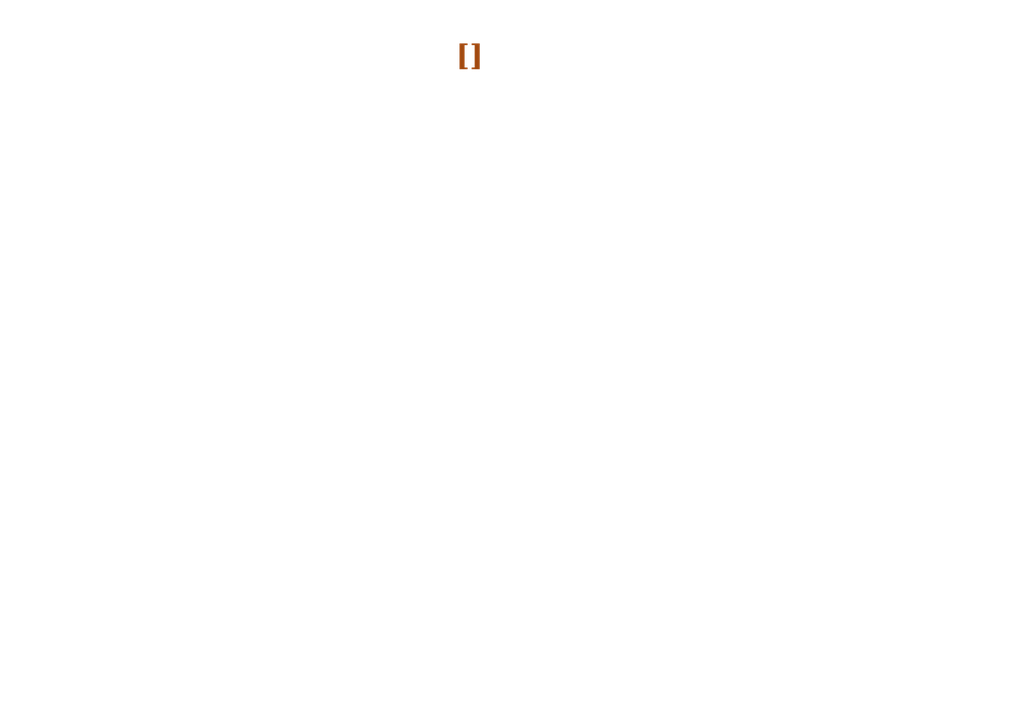
<source format=kicad_sch>
(kicad_sch
	(version 20231120)
	(generator "eeschema")
	(generator_version "8.0")
	(uuid "b7ce2658-0c16-417c-9e64-5f86ab89a607")
	(paper "A4")
	(title_block
		(title "Cell_Sentinel")
		(date "2024-11-05")
		(rev "1.0.0")
	)
	(lib_symbols)
	(text "[${#}] ${SHEETNAME}"
		(exclude_from_sim no)
		(at 137.668 18.288 0)
		(effects
			(font
				(face "Times New Roman")
				(size 6 6)
				(thickness 1.6)
				(bold yes)
				(color 159 72 15 1)
			)
		)
		(uuid "c03012c9-a4b2-4fe6-8446-df2653105fdf")
	)
)

</source>
